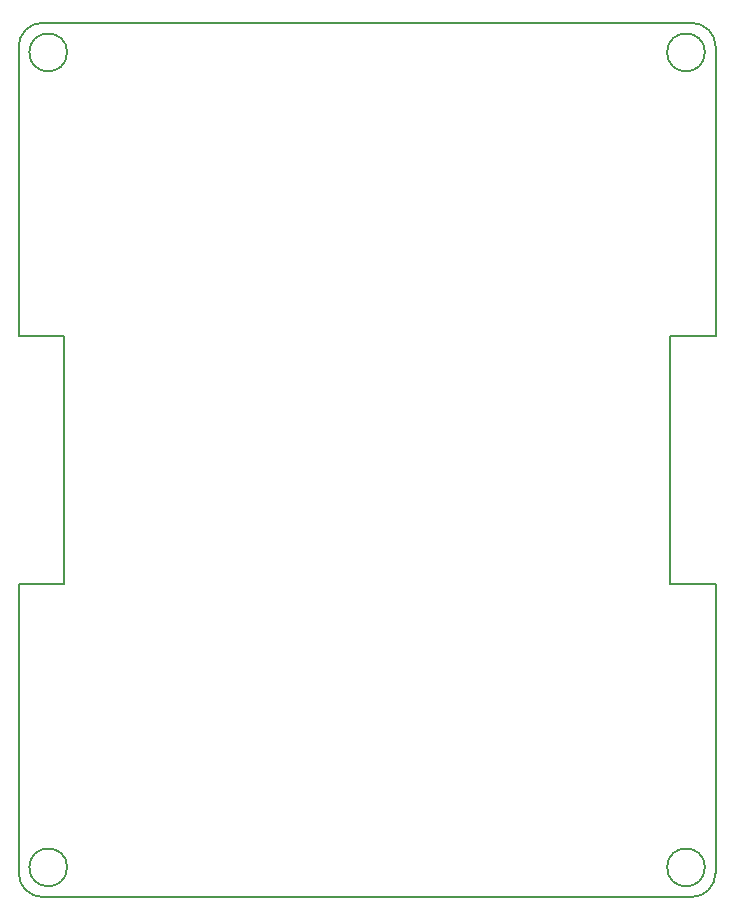
<source format=gm1>
%TF.GenerationSoftware,KiCad,Pcbnew,7.0.8*%
%TF.CreationDate,2024-05-03T09:25:26+02:00*%
%TF.ProjectId,SPROJ2 G3_1,5350524f-4a32-4204-9733-5f312e6b6963,rev?*%
%TF.SameCoordinates,Original*%
%TF.FileFunction,Profile,NP*%
%FSLAX46Y46*%
G04 Gerber Fmt 4.6, Leading zero omitted, Abs format (unit mm)*
G04 Created by KiCad (PCBNEW 7.0.8) date 2024-05-03 09:25:26*
%MOMM*%
%LPD*%
G01*
G04 APERTURE LIST*
%TA.AperFunction,Profile*%
%ADD10C,0.200000*%
%TD*%
G04 APERTURE END LIST*
D10*
X113750000Y-141500000D02*
X168750000Y-141500000D01*
X170750000Y-115000000D02*
X166921573Y-115000000D01*
X111750000Y-69500000D02*
X111750000Y-94000000D01*
X115850000Y-70000000D02*
G75*
G03*
X115850000Y-70000000I-1600000J0D01*
G01*
X113750000Y-67500000D02*
G75*
G03*
X111750000Y-69500000I0J-2000000D01*
G01*
X168750000Y-67500000D02*
X113750000Y-67500000D01*
X170750000Y-94000000D02*
X170750000Y-69500000D01*
X169850000Y-139000000D02*
G75*
G03*
X169850000Y-139000000I-1600000J0D01*
G01*
X111750000Y-115000000D02*
X111750000Y-139500000D01*
X166921573Y-115000000D02*
X166921573Y-94000000D01*
X170750000Y-69500000D02*
G75*
G03*
X168750000Y-67500000I-2000000J0D01*
G01*
X166921573Y-94000000D02*
X170750000Y-94000000D01*
X170750000Y-139500000D02*
X170750000Y-115000000D01*
X168750000Y-141500000D02*
G75*
G03*
X170750000Y-139500000I0J2000000D01*
G01*
X111750000Y-94000000D02*
X115578427Y-94000000D01*
X169850000Y-70000000D02*
G75*
G03*
X169850000Y-70000000I-1600000J0D01*
G01*
X115578427Y-115000000D02*
X111750000Y-115000000D01*
X115578427Y-94000000D02*
X115578427Y-115000000D01*
X115850000Y-139000000D02*
G75*
G03*
X115850000Y-139000000I-1600000J0D01*
G01*
X111750000Y-139500000D02*
G75*
G03*
X113750000Y-141500000I2000000J0D01*
G01*
M02*

</source>
